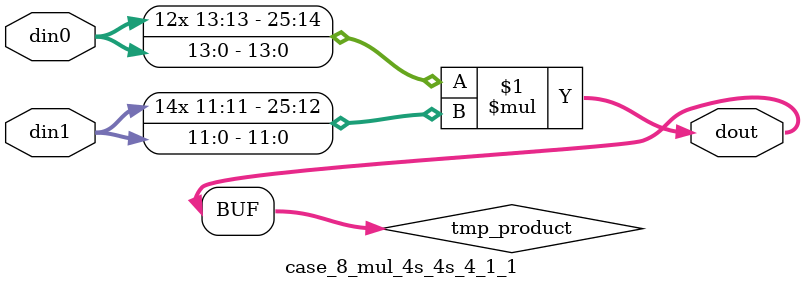
<source format=v>

`timescale 1 ns / 1 ps

 module case_8_mul_4s_4s_4_1_1(din0, din1, dout);
parameter ID = 1;
parameter NUM_STAGE = 0;
parameter din0_WIDTH = 14;
parameter din1_WIDTH = 12;
parameter dout_WIDTH = 26;

input [din0_WIDTH - 1 : 0] din0; 
input [din1_WIDTH - 1 : 0] din1; 
output [dout_WIDTH - 1 : 0] dout;

wire signed [dout_WIDTH - 1 : 0] tmp_product;



























assign tmp_product = $signed(din0) * $signed(din1);








assign dout = tmp_product;





















endmodule

</source>
